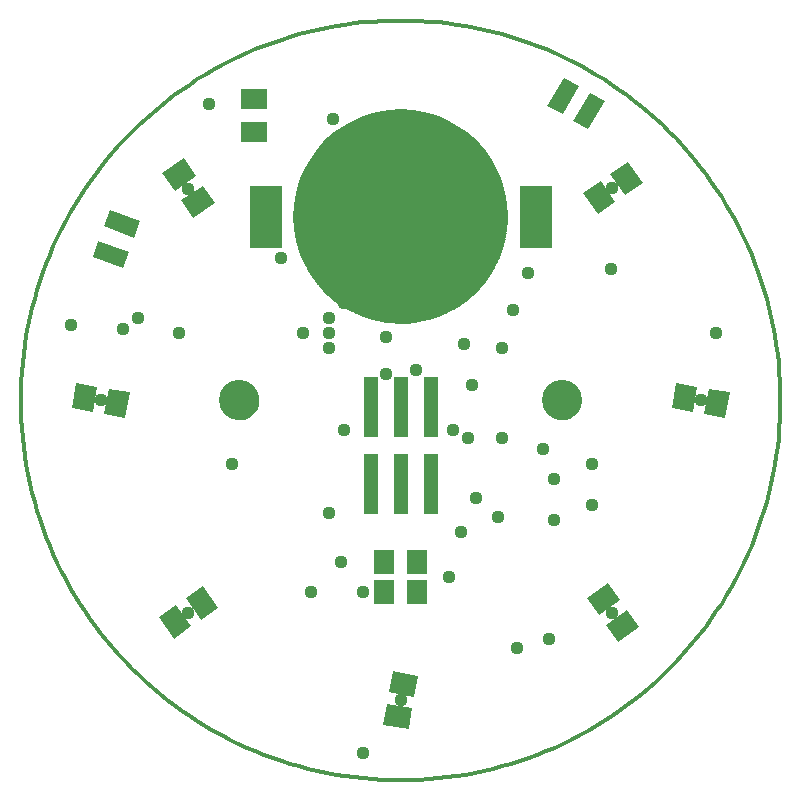
<source format=gbs>
G75*
%MOIN*%
%OFA0B0*%
%FSLAX24Y24*%
%IPPOS*%
%LPD*%
%AMOC8*
5,1,8,0,0,1.08239X$1,22.5*
%
%ADD10C,0.0120*%
%ADD11C,0.0000*%
%ADD12C,0.1340*%
%ADD13R,0.1680X0.1680*%
%ADD14R,0.1080X0.2080*%
%ADD15C,0.0050*%
%ADD16R,0.0710X0.0790*%
%ADD17R,0.0710X0.0867*%
%ADD18R,0.0867X0.0710*%
%ADD19R,0.0474X0.2049*%
%ADD20R,0.0580X0.1080*%
%ADD21C,0.0437*%
D10*
X000160Y012910D02*
X000164Y013221D01*
X000175Y013531D01*
X000194Y013841D01*
X000221Y014151D01*
X000255Y014460D01*
X000297Y014767D01*
X000346Y015074D01*
X000403Y015380D01*
X000468Y015684D01*
X000539Y015986D01*
X000619Y016286D01*
X000705Y016585D01*
X000799Y016881D01*
X000900Y017175D01*
X001008Y017466D01*
X001124Y017754D01*
X001246Y018040D01*
X001375Y018322D01*
X001512Y018602D01*
X001655Y018877D01*
X001805Y019150D01*
X001961Y019418D01*
X002124Y019683D01*
X002293Y019943D01*
X002469Y020199D01*
X002651Y020451D01*
X002839Y020698D01*
X003033Y020941D01*
X003233Y021179D01*
X003439Y021411D01*
X003651Y021639D01*
X003868Y021861D01*
X004090Y022078D01*
X004318Y022290D01*
X004550Y022496D01*
X004788Y022696D01*
X005031Y022890D01*
X005278Y023078D01*
X005530Y023260D01*
X005786Y023436D01*
X006046Y023605D01*
X006311Y023768D01*
X006579Y023924D01*
X006852Y024074D01*
X007127Y024217D01*
X007407Y024354D01*
X007689Y024483D01*
X007975Y024605D01*
X008263Y024721D01*
X008554Y024829D01*
X008848Y024930D01*
X009144Y025024D01*
X009443Y025110D01*
X009743Y025190D01*
X010045Y025261D01*
X010349Y025326D01*
X010655Y025383D01*
X010962Y025432D01*
X011269Y025474D01*
X011578Y025508D01*
X011888Y025535D01*
X012198Y025554D01*
X012508Y025565D01*
X012819Y025569D01*
X013130Y025565D01*
X013440Y025554D01*
X013750Y025535D01*
X014060Y025508D01*
X014369Y025474D01*
X014676Y025432D01*
X014983Y025383D01*
X015289Y025326D01*
X015593Y025261D01*
X015895Y025190D01*
X016195Y025110D01*
X016494Y025024D01*
X016790Y024930D01*
X017084Y024829D01*
X017375Y024721D01*
X017663Y024605D01*
X017949Y024483D01*
X018231Y024354D01*
X018511Y024217D01*
X018786Y024074D01*
X019059Y023924D01*
X019327Y023768D01*
X019592Y023605D01*
X019852Y023436D01*
X020108Y023260D01*
X020360Y023078D01*
X020607Y022890D01*
X020850Y022696D01*
X021088Y022496D01*
X021320Y022290D01*
X021548Y022078D01*
X021770Y021861D01*
X021987Y021639D01*
X022199Y021411D01*
X022405Y021179D01*
X022605Y020941D01*
X022799Y020698D01*
X022987Y020451D01*
X023169Y020199D01*
X023345Y019943D01*
X023514Y019683D01*
X023677Y019418D01*
X023833Y019150D01*
X023983Y018877D01*
X024126Y018602D01*
X024263Y018322D01*
X024392Y018040D01*
X024514Y017754D01*
X024630Y017466D01*
X024738Y017175D01*
X024839Y016881D01*
X024933Y016585D01*
X025019Y016286D01*
X025099Y015986D01*
X025170Y015684D01*
X025235Y015380D01*
X025292Y015074D01*
X025341Y014767D01*
X025383Y014460D01*
X025417Y014151D01*
X025444Y013841D01*
X025463Y013531D01*
X025474Y013221D01*
X025478Y012910D01*
X025474Y012599D01*
X025463Y012289D01*
X025444Y011979D01*
X025417Y011669D01*
X025383Y011360D01*
X025341Y011053D01*
X025292Y010746D01*
X025235Y010440D01*
X025170Y010136D01*
X025099Y009834D01*
X025019Y009534D01*
X024933Y009235D01*
X024839Y008939D01*
X024738Y008645D01*
X024630Y008354D01*
X024514Y008066D01*
X024392Y007780D01*
X024263Y007498D01*
X024126Y007218D01*
X023983Y006943D01*
X023833Y006670D01*
X023677Y006402D01*
X023514Y006137D01*
X023345Y005877D01*
X023169Y005621D01*
X022987Y005369D01*
X022799Y005122D01*
X022605Y004879D01*
X022405Y004641D01*
X022199Y004409D01*
X021987Y004181D01*
X021770Y003959D01*
X021548Y003742D01*
X021320Y003530D01*
X021088Y003324D01*
X020850Y003124D01*
X020607Y002930D01*
X020360Y002742D01*
X020108Y002560D01*
X019852Y002384D01*
X019592Y002215D01*
X019327Y002052D01*
X019059Y001896D01*
X018786Y001746D01*
X018511Y001603D01*
X018231Y001466D01*
X017949Y001337D01*
X017663Y001215D01*
X017375Y001099D01*
X017084Y000991D01*
X016790Y000890D01*
X016494Y000796D01*
X016195Y000710D01*
X015895Y000630D01*
X015593Y000559D01*
X015289Y000494D01*
X014983Y000437D01*
X014676Y000388D01*
X014369Y000346D01*
X014060Y000312D01*
X013750Y000285D01*
X013440Y000266D01*
X013130Y000255D01*
X012819Y000251D01*
X012508Y000255D01*
X012198Y000266D01*
X011888Y000285D01*
X011578Y000312D01*
X011269Y000346D01*
X010962Y000388D01*
X010655Y000437D01*
X010349Y000494D01*
X010045Y000559D01*
X009743Y000630D01*
X009443Y000710D01*
X009144Y000796D01*
X008848Y000890D01*
X008554Y000991D01*
X008263Y001099D01*
X007975Y001215D01*
X007689Y001337D01*
X007407Y001466D01*
X007127Y001603D01*
X006852Y001746D01*
X006579Y001896D01*
X006311Y002052D01*
X006046Y002215D01*
X005786Y002384D01*
X005530Y002560D01*
X005278Y002742D01*
X005031Y002930D01*
X004788Y003124D01*
X004550Y003324D01*
X004318Y003530D01*
X004090Y003742D01*
X003868Y003959D01*
X003651Y004181D01*
X003439Y004409D01*
X003233Y004641D01*
X003033Y004879D01*
X002839Y005122D01*
X002651Y005369D01*
X002469Y005621D01*
X002293Y005877D01*
X002124Y006137D01*
X001961Y006402D01*
X001805Y006670D01*
X001655Y006943D01*
X001512Y007218D01*
X001375Y007498D01*
X001246Y007780D01*
X001124Y008066D01*
X001008Y008354D01*
X000900Y008645D01*
X000799Y008939D01*
X000705Y009235D01*
X000619Y009534D01*
X000539Y009834D01*
X000468Y010136D01*
X000403Y010440D01*
X000346Y010746D01*
X000297Y011053D01*
X000255Y011360D01*
X000221Y011669D01*
X000194Y011979D01*
X000175Y012289D01*
X000164Y012599D01*
X000160Y012910D01*
D11*
X006814Y012910D02*
X006816Y012960D01*
X006822Y013010D01*
X006832Y013059D01*
X006846Y013107D01*
X006863Y013154D01*
X006884Y013199D01*
X006909Y013243D01*
X006937Y013284D01*
X006969Y013323D01*
X007003Y013360D01*
X007040Y013394D01*
X007080Y013424D01*
X007122Y013451D01*
X007166Y013475D01*
X007212Y013496D01*
X007259Y013512D01*
X007307Y013525D01*
X007357Y013534D01*
X007406Y013539D01*
X007457Y013540D01*
X007507Y013537D01*
X007556Y013530D01*
X007605Y013519D01*
X007653Y013504D01*
X007699Y013486D01*
X007744Y013464D01*
X007787Y013438D01*
X007828Y013409D01*
X007867Y013377D01*
X007903Y013342D01*
X007935Y013304D01*
X007965Y013264D01*
X007992Y013221D01*
X008015Y013177D01*
X008034Y013131D01*
X008050Y013083D01*
X008062Y013034D01*
X008070Y012985D01*
X008074Y012935D01*
X008074Y012885D01*
X008070Y012835D01*
X008062Y012786D01*
X008050Y012737D01*
X008034Y012689D01*
X008015Y012643D01*
X007992Y012599D01*
X007965Y012556D01*
X007935Y012516D01*
X007903Y012478D01*
X007867Y012443D01*
X007828Y012411D01*
X007787Y012382D01*
X007744Y012356D01*
X007699Y012334D01*
X007653Y012316D01*
X007605Y012301D01*
X007556Y012290D01*
X007507Y012283D01*
X007457Y012280D01*
X007406Y012281D01*
X007357Y012286D01*
X007307Y012295D01*
X007259Y012308D01*
X007212Y012324D01*
X007166Y012345D01*
X007122Y012369D01*
X007080Y012396D01*
X007040Y012426D01*
X007003Y012460D01*
X006969Y012497D01*
X006937Y012536D01*
X006909Y012577D01*
X006884Y012621D01*
X006863Y012666D01*
X006846Y012713D01*
X006832Y012761D01*
X006822Y012810D01*
X006816Y012860D01*
X006814Y012910D01*
X017564Y012910D02*
X017566Y012960D01*
X017572Y013010D01*
X017582Y013059D01*
X017596Y013107D01*
X017613Y013154D01*
X017634Y013199D01*
X017659Y013243D01*
X017687Y013284D01*
X017719Y013323D01*
X017753Y013360D01*
X017790Y013394D01*
X017830Y013424D01*
X017872Y013451D01*
X017916Y013475D01*
X017962Y013496D01*
X018009Y013512D01*
X018057Y013525D01*
X018107Y013534D01*
X018156Y013539D01*
X018207Y013540D01*
X018257Y013537D01*
X018306Y013530D01*
X018355Y013519D01*
X018403Y013504D01*
X018449Y013486D01*
X018494Y013464D01*
X018537Y013438D01*
X018578Y013409D01*
X018617Y013377D01*
X018653Y013342D01*
X018685Y013304D01*
X018715Y013264D01*
X018742Y013221D01*
X018765Y013177D01*
X018784Y013131D01*
X018800Y013083D01*
X018812Y013034D01*
X018820Y012985D01*
X018824Y012935D01*
X018824Y012885D01*
X018820Y012835D01*
X018812Y012786D01*
X018800Y012737D01*
X018784Y012689D01*
X018765Y012643D01*
X018742Y012599D01*
X018715Y012556D01*
X018685Y012516D01*
X018653Y012478D01*
X018617Y012443D01*
X018578Y012411D01*
X018537Y012382D01*
X018494Y012356D01*
X018449Y012334D01*
X018403Y012316D01*
X018355Y012301D01*
X018306Y012290D01*
X018257Y012283D01*
X018207Y012280D01*
X018156Y012281D01*
X018107Y012286D01*
X018057Y012295D01*
X018009Y012308D01*
X017962Y012324D01*
X017916Y012345D01*
X017872Y012369D01*
X017830Y012396D01*
X017790Y012426D01*
X017753Y012460D01*
X017719Y012497D01*
X017687Y012536D01*
X017659Y012577D01*
X017634Y012621D01*
X017613Y012666D01*
X017596Y012713D01*
X017582Y012761D01*
X017572Y012810D01*
X017566Y012860D01*
X017564Y012910D01*
D12*
X018194Y012910D03*
X007444Y012910D03*
D13*
X012819Y019035D03*
D14*
X008319Y019035D03*
X017319Y019035D03*
D15*
X016362Y019035D02*
X016340Y018638D01*
X016273Y018247D01*
X016163Y017865D01*
X016011Y017498D01*
X015819Y017150D01*
X015589Y016826D01*
X015324Y016530D01*
X015028Y016265D01*
X014704Y016035D01*
X014356Y015843D01*
X013989Y015691D01*
X013607Y015581D01*
X013216Y015514D01*
X012819Y015492D01*
X012422Y015514D01*
X012031Y015581D01*
X011649Y015691D01*
X011282Y015843D01*
X010934Y016035D01*
X010610Y016265D01*
X010313Y016530D01*
X010049Y016826D01*
X009819Y017150D01*
X009627Y017498D01*
X009475Y017865D01*
X009365Y018247D01*
X009298Y018638D01*
X009276Y019035D01*
X009298Y019432D01*
X009365Y019823D01*
X009475Y020205D01*
X009627Y020572D01*
X009819Y020920D01*
X010049Y021244D01*
X010313Y021540D01*
X010610Y021805D01*
X010934Y022035D01*
X011282Y022227D01*
X011649Y022379D01*
X012031Y022489D01*
X012422Y022556D01*
X012819Y022578D01*
X013216Y022556D01*
X013607Y022489D01*
X013989Y022379D01*
X014356Y022227D01*
X014704Y022035D01*
X015028Y021805D01*
X015324Y021540D01*
X015589Y021244D01*
X015819Y020920D01*
X016011Y020572D01*
X016163Y020205D01*
X016273Y019823D01*
X016340Y019432D01*
X016362Y019035D01*
X016362Y019027D02*
X009276Y019027D01*
X009278Y019075D02*
X016360Y019075D01*
X016357Y019124D02*
X009281Y019124D01*
X009283Y019172D02*
X016355Y019172D01*
X016352Y019221D02*
X009286Y019221D01*
X009289Y019269D02*
X016349Y019269D01*
X016346Y019318D02*
X009292Y019318D01*
X009294Y019366D02*
X016344Y019366D01*
X016341Y019415D02*
X009297Y019415D01*
X009303Y019463D02*
X016335Y019463D01*
X016326Y019512D02*
X009312Y019512D01*
X009320Y019560D02*
X016318Y019560D01*
X016310Y019609D02*
X009328Y019609D01*
X009336Y019657D02*
X016302Y019657D01*
X016293Y019706D02*
X009344Y019706D01*
X009353Y019754D02*
X016285Y019754D01*
X016277Y019803D02*
X009361Y019803D01*
X009372Y019851D02*
X016265Y019851D01*
X016252Y019900D02*
X009386Y019900D01*
X009400Y019948D02*
X016238Y019948D01*
X016224Y019997D02*
X009414Y019997D01*
X009428Y020045D02*
X016210Y020045D01*
X016196Y020094D02*
X009442Y020094D01*
X009456Y020142D02*
X016182Y020142D01*
X016168Y020191D02*
X009470Y020191D01*
X009489Y020239D02*
X016149Y020239D01*
X016129Y020288D02*
X009509Y020288D01*
X009529Y020336D02*
X016109Y020336D01*
X016089Y020385D02*
X009549Y020385D01*
X009569Y020433D02*
X016069Y020433D01*
X016049Y020482D02*
X009589Y020482D01*
X009609Y020530D02*
X016029Y020530D01*
X016008Y020579D02*
X009630Y020579D01*
X009657Y020627D02*
X015981Y020627D01*
X015954Y020676D02*
X009684Y020676D01*
X009710Y020724D02*
X015928Y020724D01*
X015901Y020773D02*
X009737Y020773D01*
X009764Y020821D02*
X015874Y020821D01*
X015847Y020870D02*
X009791Y020870D01*
X009818Y020918D02*
X015820Y020918D01*
X015786Y020967D02*
X009852Y020967D01*
X009886Y021015D02*
X015752Y021015D01*
X015717Y021064D02*
X009921Y021064D01*
X009955Y021112D02*
X015683Y021112D01*
X015649Y021161D02*
X009989Y021161D01*
X010024Y021209D02*
X015614Y021209D01*
X015577Y021258D02*
X010061Y021258D01*
X010104Y021306D02*
X015534Y021306D01*
X015491Y021355D02*
X010147Y021355D01*
X010191Y021403D02*
X015447Y021403D01*
X015404Y021452D02*
X010234Y021452D01*
X010277Y021500D02*
X015361Y021500D01*
X015315Y021549D02*
X010323Y021549D01*
X010377Y021597D02*
X015261Y021597D01*
X015207Y021646D02*
X010431Y021646D01*
X010485Y021694D02*
X015153Y021694D01*
X015098Y021743D02*
X010540Y021743D01*
X010594Y021791D02*
X015044Y021791D01*
X014980Y021840D02*
X010658Y021840D01*
X010727Y021888D02*
X014911Y021888D01*
X014843Y021937D02*
X010795Y021937D01*
X010863Y021985D02*
X014775Y021985D01*
X014706Y022034D02*
X010932Y022034D01*
X011019Y022082D02*
X014619Y022082D01*
X014532Y022131D02*
X011106Y022131D01*
X011194Y022179D02*
X014444Y022179D01*
X014356Y022228D02*
X011282Y022228D01*
X011399Y022276D02*
X014239Y022276D01*
X014122Y022325D02*
X011516Y022325D01*
X011633Y022373D02*
X014005Y022373D01*
X013843Y022422D02*
X011795Y022422D01*
X011963Y022470D02*
X013675Y022470D01*
X013436Y022519D02*
X012202Y022519D01*
X012620Y022567D02*
X013018Y022567D01*
X016359Y018978D02*
X009279Y018978D01*
X009282Y018930D02*
X016356Y018930D01*
X016354Y018881D02*
X009284Y018881D01*
X009287Y018833D02*
X016351Y018833D01*
X016348Y018784D02*
X009290Y018784D01*
X009292Y018736D02*
X016345Y018736D01*
X016343Y018687D02*
X009295Y018687D01*
X009298Y018639D02*
X016340Y018639D01*
X016332Y018590D02*
X009306Y018590D01*
X009314Y018542D02*
X016324Y018542D01*
X016315Y018493D02*
X009323Y018493D01*
X009331Y018445D02*
X016307Y018445D01*
X016299Y018396D02*
X009339Y018396D01*
X009347Y018348D02*
X016291Y018348D01*
X016282Y018299D02*
X009356Y018299D01*
X009364Y018251D02*
X016274Y018251D01*
X016261Y018202D02*
X009377Y018202D01*
X009391Y018154D02*
X016247Y018154D01*
X016233Y018105D02*
X009405Y018105D01*
X009419Y018057D02*
X016219Y018057D01*
X016205Y018008D02*
X009433Y018008D01*
X009447Y017960D02*
X016191Y017960D01*
X016177Y017911D02*
X009461Y017911D01*
X009475Y017863D02*
X016163Y017863D01*
X016142Y017814D02*
X009495Y017814D01*
X009516Y017766D02*
X016122Y017766D01*
X016102Y017717D02*
X009536Y017717D01*
X009556Y017669D02*
X016082Y017669D01*
X016062Y017620D02*
X009576Y017620D01*
X009596Y017572D02*
X016042Y017572D01*
X016022Y017523D02*
X009616Y017523D01*
X009639Y017475D02*
X015999Y017475D01*
X015972Y017426D02*
X009666Y017426D01*
X009693Y017378D02*
X015945Y017378D01*
X015918Y017329D02*
X009720Y017329D01*
X009747Y017281D02*
X015891Y017281D01*
X015865Y017232D02*
X009773Y017232D01*
X009800Y017184D02*
X015838Y017184D01*
X015809Y017135D02*
X009829Y017135D01*
X009864Y017087D02*
X015774Y017087D01*
X015740Y017038D02*
X009898Y017038D01*
X009932Y016990D02*
X015705Y016990D01*
X015671Y016941D02*
X009967Y016941D01*
X010001Y016893D02*
X015637Y016893D01*
X015602Y016844D02*
X010036Y016844D01*
X010076Y016796D02*
X015562Y016796D01*
X015519Y016747D02*
X010119Y016747D01*
X010162Y016699D02*
X015476Y016699D01*
X015432Y016650D02*
X010206Y016650D01*
X010249Y016602D02*
X015389Y016602D01*
X015346Y016553D02*
X010292Y016553D01*
X010341Y016505D02*
X015297Y016505D01*
X015242Y016456D02*
X010396Y016456D01*
X010450Y016408D02*
X015188Y016408D01*
X015134Y016359D02*
X010504Y016359D01*
X010558Y016311D02*
X015080Y016311D01*
X015024Y016262D02*
X010614Y016262D01*
X010682Y016214D02*
X014956Y016214D01*
X014888Y016165D02*
X010750Y016165D01*
X010819Y016117D02*
X014819Y016117D01*
X014751Y016068D02*
X010887Y016068D01*
X010961Y016020D02*
X014677Y016020D01*
X014589Y015971D02*
X011049Y015971D01*
X011137Y015923D02*
X014501Y015923D01*
X014413Y015874D02*
X011225Y015874D01*
X011323Y015826D02*
X014315Y015826D01*
X014198Y015777D02*
X011440Y015777D01*
X011557Y015729D02*
X014081Y015729D01*
X013953Y015680D02*
X011685Y015680D01*
X011853Y015632D02*
X013785Y015632D01*
X013616Y015583D02*
X012022Y015583D01*
X012301Y015535D02*
X013337Y015535D01*
D16*
X013379Y007535D03*
X013379Y006535D03*
X012259Y006535D03*
X012259Y007535D03*
D17*
G36*
X004757Y005674D02*
X005338Y006081D01*
X005835Y005372D01*
X005254Y004965D01*
X004757Y005674D01*
G37*
G36*
X005660Y006306D02*
X006241Y006713D01*
X006738Y006004D01*
X006157Y005597D01*
X005660Y006306D01*
G37*
G36*
X003088Y013302D02*
X003786Y013178D01*
X003636Y012326D01*
X002938Y012450D01*
X003088Y013302D01*
G37*
G36*
X002003Y013493D02*
X002701Y013369D01*
X002551Y012517D01*
X001853Y012641D01*
X002003Y013493D01*
G37*
G36*
X006215Y020069D02*
X006622Y019488D01*
X005913Y018991D01*
X005506Y019572D01*
X006215Y020069D01*
G37*
G36*
X005583Y020972D02*
X005990Y020391D01*
X005281Y019894D01*
X004874Y020475D01*
X005583Y020972D01*
G37*
G36*
X019978Y019514D02*
X019397Y019107D01*
X018900Y019816D01*
X019481Y020223D01*
X019978Y019514D01*
G37*
G36*
X020881Y020146D02*
X020300Y019739D01*
X019803Y020448D01*
X020384Y020855D01*
X020881Y020146D01*
G37*
G36*
X022550Y012518D02*
X021852Y012642D01*
X022002Y013494D01*
X022700Y013370D01*
X022550Y012518D01*
G37*
G36*
X023636Y012327D02*
X022938Y012451D01*
X023088Y013303D01*
X023786Y013179D01*
X023636Y012327D01*
G37*
G36*
X019423Y005752D02*
X019016Y006333D01*
X019725Y006830D01*
X020132Y006249D01*
X019423Y005752D01*
G37*
G36*
X020055Y004849D02*
X019648Y005430D01*
X020357Y005927D01*
X020764Y005346D01*
X020055Y004849D01*
G37*
G36*
X012427Y003179D02*
X012551Y003877D01*
X013403Y003727D01*
X013279Y003029D01*
X012427Y003179D01*
G37*
G36*
X012235Y002094D02*
X012359Y002792D01*
X013211Y002642D01*
X013087Y001944D01*
X012235Y002094D01*
G37*
D18*
X007922Y021857D03*
X007922Y022959D03*
D19*
X011819Y012686D03*
X012819Y012686D03*
X013819Y012686D03*
X013819Y010134D03*
X012819Y010134D03*
X011819Y010134D03*
D20*
G36*
X003760Y017857D02*
X003562Y017313D01*
X002548Y017683D01*
X002746Y018227D01*
X003760Y017857D01*
G37*
G36*
X004132Y018880D02*
X003934Y018336D01*
X002920Y018706D01*
X003118Y019250D01*
X004132Y018880D01*
G37*
G36*
X018214Y022440D02*
X017711Y022730D01*
X018250Y023664D01*
X018753Y023374D01*
X018214Y022440D01*
G37*
G36*
X019080Y021940D02*
X018577Y022230D01*
X019116Y023164D01*
X019619Y022874D01*
X019080Y021940D01*
G37*
D21*
X019879Y020003D03*
X019819Y017285D03*
X017069Y017160D03*
X016569Y015910D03*
X016194Y014660D03*
X014944Y014785D03*
X015194Y013410D03*
X014569Y011910D03*
X015069Y011660D03*
X016194Y011660D03*
X017569Y011285D03*
X017944Y010285D03*
X019194Y010785D03*
X019194Y009410D03*
X017944Y008910D03*
X016069Y009035D03*
X015319Y009660D03*
X014819Y008535D03*
X014444Y007035D03*
X016694Y004660D03*
X017777Y004952D03*
X019879Y005829D03*
X012819Y002910D03*
X011569Y001160D03*
X011569Y006535D03*
X010819Y007535D03*
X009819Y006535D03*
X010444Y009160D03*
X010944Y011910D03*
X012319Y013785D03*
X013319Y013910D03*
X012319Y015035D03*
X013069Y015660D03*
X012319Y017160D03*
X010944Y016160D03*
X010444Y015660D03*
X010444Y015160D03*
X010444Y014660D03*
X009569Y015160D03*
X008819Y017660D03*
X005745Y019963D03*
X006444Y022785D03*
X010569Y022285D03*
X004069Y015660D03*
X003569Y015285D03*
X001819Y015410D03*
X002819Y012910D03*
X005444Y015160D03*
X007194Y010785D03*
X005745Y005829D03*
X022819Y012910D03*
X023319Y015160D03*
M02*

</source>
